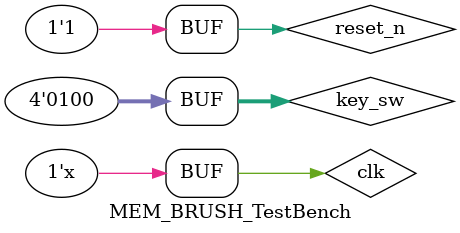
<source format=sv>
`timescale 1 ns / 1 ns

module MEM_BRUSH_TestBench();
parameter RAMLENGTH  = 800,
		  DATA_WIDTH=6,
		  ADDR_WIDTH=10,
		  V_BOTTOM = 1,
          V_SYNC   = 3,
          V_TOP    = 30,
		  H_FRONT  =  80,
          H_SYNC   =  136,
          H_BACK   =  216,
		  RESOLUTION_H = 640,
		  RESOLUTION_V = 480,
		  DEBOUNCE_TIMER = 4,
		  BRUSH_SLOWNESS = 16,
		  X_WIRE_WIDTH = $clog2 (RESOLUTION_H+H_FRONT+H_SYNC+H_BACK),
		  Y_WIRE_WIDTH = $clog2 (RESOLUTION_V+V_BOTTOM+V_SYNC+V_TOP);

reg clk, reset_n, hsync, vsync;
reg [3:0] key_sw;
reg [2:0] rgb;

int hpos_check[10];
int vpos_check[10];
int RGB_check[10];

	 wire [3:0] BTN,BTN_POSEDGE,BTN_NEGEDGE;
	 wire enable,pllclk,fifoempty,fifofull,display_on,fifopush,fifopop;;
	 // webuf - write enable for framebuffer and decoder;
	 //rinwire - r component of rgb pixel, which supposed to be written to memory
	
	 wire [2:0] RGBfifo,FB_RGB,brush_RGB;//ROM_RGB;
	
	 wire [X_WIRE_WIDTH - 1:0] hpos,hpos_to_fb,hposfifo,brush_hpos;//ROM_hpos;

	 wire [Y_WIRE_WIDTH - 1:0] vpos,vpos_to_fb,vposfifo,brush_vpos;//ROM_vpos;

	 wire [DATA_WIDTH-1:0] datainbuf_R,datainbuf_G,datainbuf_B,dataoutbuf_R, dataoutbuf_G, dataoutbuf_B;

	 wire [ADDR_WIDTH:0]resetcnt;
	
	vga
    # (
        .HPOS_WIDTH ( X_WIRE_WIDTH    ),
        .VPOS_WIDTH ( Y_WIRE_WIDTH    ),
        
		.H_DISPLAY( RESOLUTION_H ),
        .H_FRONT  (	H_FRONT		 ),
        .H_SYNC   (	H_SYNC		 ),
        .H_BACK   (	H_BACK		 ),
        .V_DISPLAY(	RESOLUTION_V ),
        .V_BOTTOM (	V_BOTTOM	 ),
        .V_SYNC   (	V_SYNC		 ),
        .V_TOP    (	V_TOP		 )
    )
    i_vga
    (
        .clk        ( clk     ), 
        .reset      ( ~reset_n   ),
        .hsync      ( hsync      ),
        .vsync      ( vsync      ),
        .display_on ( display_on ),
        .hpos       ( hpos    	 ),
        .vpos       ( vpos    	 ),
		.enable	  	( enable	 )
    );
	
	 button_debouncer 
	 #(
	 .DEBOUNCE_TIMER( DEBOUNCE_TIMER)
	 )
	 Debouncer
	 (
	  .clk			( clk			), 
	  .reset		( ~reset_n 		),
	  .RAW_BTN		( ~key_sw		),
	  .BTN			( BTN		 	),
	  .BTN_POSEDGE	( BTN_POSEDGE	),
	  .BTN_NEGEDGE	( BTN_NEGEDGE	)
	 );
	 
	 brush
	 #(
	 .SLOWNESS		 ( BRUSH_SLOWNESS),
	 .RESOLUTION_H   ( RESOLUTION_H  ),
	 .RESOLUTION_V   ( RESOLUTION_V  ),
	 .HPOS_WIDTH	 ( X_WIRE_WIDTH  ),
	 .VPOS_WIDTH 	 ( Y_WIRE_WIDTH  )
	 )
	 Painting_Brush
	 (
	  .clk		  	 ( clk		  ),
	  .reset	  	 ( ~reset_n   ),
	  .BTN		  	 ( BTN		  ), // [2:0]movedirection=[2:0]key_sw
	  .BTN_POSEDGE	 ( BTN_POSEDGE),
	  .display_on	 ( display_on ),
	  .hpos		  	 ( hpos		  ),
	  .vpos		  	 ( vpos		  ),
	  .FB_RGB	  	 ( FB_RGB	  ),
	  .memenable	 ( enable 	  ),
	  .rgb		  	 ( rgb		  ),
	  .writergb		 ( brush_RGB  ),
	  .fifopush  	 ( fifopush	  ),
	  .fifofull		 ( fifofull   ),
	  .writecounter_x( brush_hpos ),
	  .writecounter_y( brush_vpos )
	 );	 
	 
	 FIFO_top
	 #(.HPOS_WIDTH	 (X_WIRE_WIDTH),
		.VPOS_WIDTH	 (Y_WIRE_WIDTH)
		)
	 FIFO
	 (
			.clk		(clk	   ),
			.rst		(~reset_n  ),
			.push		(fifopush  ),
			.toppop		(fifopop   ),
			.hpos_write	(brush_hpos),
			.vpos_write	(brush_vpos),
			.RGB_write	(brush_RGB ),
			.hpos_read	(hposfifo  ),
			.vpos_read	(vposfifo  ),
			.RGB_read   (RGBfifo   ),
			.full		(fifofull  ),
			.empty		(fifoempty )
	);
	 
	 
	 RGBMemory_top
	 #(
		.RAMLENGTH	 (RAMLENGTH	  ), //RAMLENGTH*DATAWIDTH = 4800 = 80x60 RAM RESOLUTION
		.DATA_WIDTH	 (DATA_WIDTH  ),
		.X_WIRE_WIDTH(X_WIRE_WIDTH),
		.Y_WIRE_WIDTH(Y_WIRE_WIDTH),
		.ADDR_WIDTH	 (ADDR_WIDTH  ),
		.RESOLUTION_H(RESOLUTION_H),
		.RESOLUTION_V(RESOLUTION_V)
	 )
	 FrameBuffer
	 (
		.display_on( display_on	  ),
		.clk	   ( clk		  ),
		.memreset  ( enable		  ),
		.reset_n   ( ~reset_n	  ),
		.resetcnt  ( resetcnt	  ),
		.RGBin	   ( RGBfifo	  ),
		.hpos	   ( hpos_to_fb	  ),
		.vpos	   ( vpos_to_fb	  ),
		.RGB	   ( FB_RGB		  ),
		.fifoempty ( fifoempty	  )
	 );
	 
	 memsyncreset
	 #(
	 .ADDR_WIDTH   ( ADDR_WIDTH	  ),
	 .RAMLENGTH    ( RAMLENGTH    )
	 )
	 memsyncreset
	 (
	 .clk		   ( clk		  ), 
	 .memreset	   ( ~reset_n	  ),
	 .resetcnt	   ( resetcnt	  ),
	 .memenable	   ( enable		  )
	 );
	 
	assign hpos_to_fb = (display_on) ? hpos : hposfifo;
	assign vpos_to_fb = (display_on) ? vpos : vposfifo;
	assign fifopop = ~display_on&&~fifoempty;

always #5 clk=~clk;

initial begin
clk=0;
reset_n = 1;
key_sw = '1;
#10;
reset_n = 0;
#10;
reset_n = 1;
#13000;
key_sw = 4'b0100;
#10000;
//key_sw = '1;
end

endmodule
</source>
